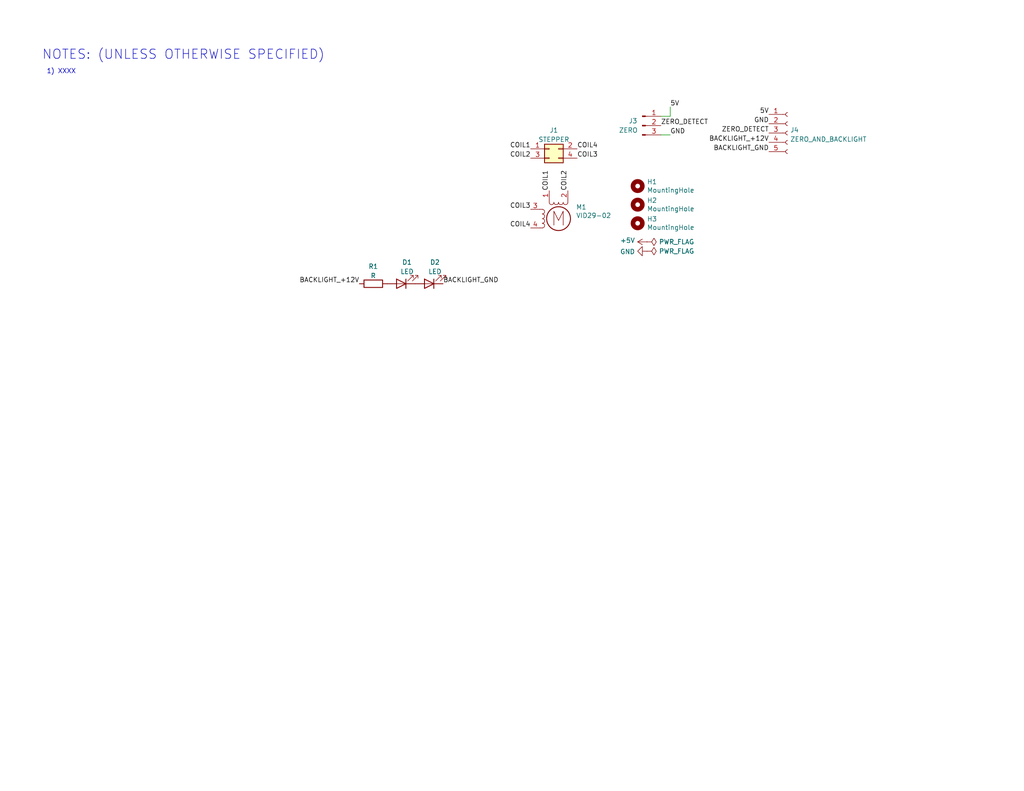
<source format=kicad_sch>
(kicad_sch (version 20211123) (generator eeschema)
  (paper "A")
  (title_block (date "2022-08-04") (rev "2"))
  (lib_symbols
    (symbol "Connector:Conn_01x03_Male" (pin_names (offset 1.016) hide)
      (property "Reference" "J" (at 0 5.08 0))
      (property "Value" "Conn_01x03_Male" (at 0 -5.08 0))
      (symbol "Conn_01x03_Male_1_1"
        (polyline (pts (xy 1.27 -2.54) (xy 0.8636 -2.54)) (stroke (width 0.1524)))
        (polyline (pts (xy 1.27 0) (xy 0.8636 0)) (stroke (width 0.1524)))
        (polyline (pts (xy 1.27 2.54) (xy 0.8636 2.54)) (stroke (width 0.1524)))
        (rectangle (start 0.8636 -2.413) (end 0 -2.667) (stroke (width 0.1524)) (fill (type outline)))
        (rectangle (start 0.8636 0.127) (end 0 -0.127) (stroke (width 0.1524)) (fill (type outline)))
        (rectangle (start 0.8636 2.667) (end 0 2.413) (stroke (width 0.1524)) (fill (type outline)))
        (pin passive line (at 5.08 2.54 180) (length 3.81) (name "Pin_1") (number "1"))
        (pin passive line (at 5.08 0 180) (length 3.81) (name "Pin_2") (number "2"))
        (pin passive line (at 5.08 -2.54 180) (length 3.81) (name "Pin_3") (number "3"))
      )
    )
    (symbol "Connector:Conn_01x05_Female" (pin_names (offset 1.016) hide)
      (property "Reference" "J" (at 0 7.62 0))
      (property "Value" "Conn_01x05_Female" (at 0 -7.62 0))
      (symbol "Conn_01x05_Female_1_1"
        (arc (start 0 -4.572) (mid -0.508 -5.08) (end 0 -5.588) (stroke (width 0.1524)))
        (arc (start 0 -2.032) (mid -0.508 -2.54) (end 0 -3.048) (stroke (width 0.1524)))
        (polyline (pts (xy -1.27 -5.08) (xy -0.508 -5.08)) (stroke (width 0.1524)))
        (polyline (pts (xy -1.27 -2.54) (xy -0.508 -2.54)) (stroke (width 0.1524)))
        (polyline (pts (xy -1.27 0) (xy -0.508 0)) (stroke (width 0.1524)))
        (polyline (pts (xy -1.27 2.54) (xy -0.508 2.54)) (stroke (width 0.1524)))
        (polyline (pts (xy -1.27 5.08) (xy -0.508 5.08)) (stroke (width 0.1524)))
        (arc (start 0 0.508) (mid -0.508 0) (end 0 -0.508) (stroke (width 0.1524)))
        (arc (start 0 3.048) (mid -0.508 2.54) (end 0 2.032) (stroke (width 0.1524)))
        (arc (start 0 5.588) (mid -0.508 5.08) (end 0 4.572) (stroke (width 0.1524)))
        (pin passive line (at -5.08 5.08 0) (length 3.81) (name "Pin_1") (number "1"))
        (pin passive line (at -5.08 2.54 0) (length 3.81) (name "Pin_2") (number "2"))
        (pin passive line (at -5.08 0 0) (length 3.81) (name "Pin_3") (number "3"))
        (pin passive line (at -5.08 -2.54 0) (length 3.81) (name "Pin_4") (number "4"))
        (pin passive line (at -5.08 -5.08 0) (length 3.81) (name "Pin_5") (number "5"))
      )
    )
    (symbol "Connector_Generic:Conn_02x02_Odd_Even" (pin_names (offset 1.016) hide)
      (property "Reference" "J" (at 1.27 2.54 0))
      (property "Value" "Conn_02x02_Odd_Even" (at 1.27 -5.08 0))
      (symbol "Conn_02x02_Odd_Even_1_1"
        (rectangle (start -1.27 -2.413) (end 0 -2.667) (stroke (width 0.1524)))
        (rectangle (start -1.27 0.127) (end 0 -0.127) (stroke (width 0.1524)))
        (rectangle (start -1.27 1.27) (end 3.81 -3.81) (stroke (width 0.254)) (fill (type background)))
        (rectangle (start 3.81 -2.413) (end 2.54 -2.667) (stroke (width 0.1524)))
        (rectangle (start 3.81 0.127) (end 2.54 -0.127) (stroke (width 0.1524)))
        (pin passive line (at -5.08 0 0) (length 3.81) (name "Pin_1") (number "1"))
        (pin passive line (at 7.62 0 180) (length 3.81) (name "Pin_2") (number "2"))
        (pin passive line (at -5.08 -2.54 0) (length 3.81) (name "Pin_3") (number "3"))
        (pin passive line (at 7.62 -2.54 180) (length 3.81) (name "Pin_4") (number "4"))
      )
    )
    (symbol "Device:LED" (pin_numbers hide) (pin_names (offset 1.016) hide)
      (property "Reference" "D" (at 0 2.54 0))
      (property "Value" "LED" (at 0 -2.54 0))
      (symbol "LED_0_1"
        (polyline (pts (xy -1.27 -1.27) (xy -1.27 1.27)) (stroke (width 0.254)))
        (polyline (pts (xy -1.27 0) (xy 1.27 0)))
        (polyline (pts (xy 1.27 -1.27) (xy 1.27 1.27) (xy -1.27 0) (xy 1.27 -1.27)) (stroke (width 0.254)))
        (polyline (pts (xy -3.048 -0.762) (xy -4.572 -2.286) (xy -3.81 -2.286) (xy -4.572 -2.286) (xy -4.572 -1.524)))
        (polyline (pts (xy -1.778 -0.762) (xy -3.302 -2.286) (xy -2.54 -2.286) (xy -3.302 -2.286) (xy -3.302 -1.524)))
      )
      (symbol "LED_1_1"
        (pin passive line (at -3.81 0 0) (length 2.54) (name "K") (number "1"))
        (pin passive line (at 3.81 0 180) (length 2.54) (name "A") (number "2"))
      )
    )
    (symbol "Device:R" (pin_numbers hide) (pin_names (offset 0))
      (property "Reference" "R" (at 2.032 0 90))
      (property "Value" "R" (at 0 0 90))
      (symbol "R_0_1"
        (rectangle (start -1.016 -2.54) (end 1.016 2.54) (stroke (width 0.254)))
      )
      (symbol "R_1_1"
        (pin passive line (at 0 3.81 270) (length 1.27) (name "~") (number "1"))
        (pin passive line (at 0 -3.81 90) (length 1.27) (name "~") (number "2"))
      )
    )
    (symbol "Mechanical:MountingHole" (pin_names (offset 1.016))
      (property "Reference" "H" (at 0 5.08 0))
      (property "Value" "MountingHole" (at 0 3.175 0))
      (symbol "MountingHole_0_1"
        (circle (center 0 0) (radius 1.27) (stroke (width 1.27)))
      )
    )
    (symbol "Motor:Stepper_Motor_bipolar" (pin_names (offset 0) hide)
      (property "Reference" "M" (at 3.81 2.54 0))
      (property "Value" "Stepper_Motor_bipolar" (at 3.81 1.27 0))
      (symbol "Stepper_Motor_bipolar_0_0"
        (polyline (pts (xy -1.27 -1.778) (xy -1.27 2.032) (xy 0 -0.508) (xy 1.27 2.032) (xy 1.27 -1.778)))
      )
      (symbol "Stepper_Motor_bipolar_0_1"
        (arc (start -4.445 -2.54) (mid -3.81 -1.905) (end -4.445 -1.27))
        (arc (start -4.445 -1.27) (mid -3.81 -0.635) (end -4.445 0))
        (arc (start -4.445 0) (mid -3.81 0.635) (end -4.445 1.27))
        (arc (start -4.445 1.27) (mid -3.81 1.905) (end -4.445 2.54))
        (arc (start -2.54 4.445) (mid -1.905 3.81) (end -1.27 4.445))
        (arc (start -1.27 4.445) (mid -0.635 3.81) (end 0 4.445))
        (polyline (pts (xy -5.08 -2.54) (xy -4.445 -2.54)))
        (polyline (pts (xy -5.08 2.54) (xy -4.445 2.54)))
        (polyline (pts (xy -2.54 5.08) (xy -2.54 4.445)))
        (polyline (pts (xy 2.54 5.08) (xy 2.54 4.445)))
        (circle (center 0 0) (radius 3.2512) (stroke (width 0.254)))
        (arc (start 0 4.445) (mid 0.635 3.81) (end 1.27 4.445))
        (arc (start 1.27 4.445) (mid 1.905 3.81) (end 2.54 4.445))
      )
      (symbol "Stepper_Motor_bipolar_1_1"
        (pin passive line (at -2.54 7.62 270) (length 2.54) (name "~") (number "1"))
        (pin passive line (at 2.54 7.62 270) (length 2.54) (name "-") (number "2"))
        (pin passive line (at -7.62 2.54 0) (length 2.54) (name "~") (number "3"))
        (pin passive line (at -7.62 -2.54 0) (length 2.54) (name "~") (number "4"))
      )
    )
    (symbol "power:+5V" (power) (pin_names (offset 0))
      (property "Value" "+5V" (at 0 3.556 0))
      (symbol "+5V_0_1"
        (polyline (pts (xy -0.762 1.27) (xy 0 2.54)))
        (polyline (pts (xy 0 0) (xy 0 2.54)))
        (polyline (pts (xy 0 2.54) (xy 0.762 1.27)))
      )
      (symbol "+5V_1_1"
        (pin power_in line (at 0 0 90) (length 0) hide (name "+5V") (number "1"))
      )
    )
    (symbol "power:GND" (power) (pin_names (offset 0))
      (property "Value" "GND" (at 0 -3.81 0))
      (symbol "GND_0_1"
        (polyline (pts (xy 0 0) (xy 0 -1.27) (xy 1.27 -1.27) (xy 0 -2.54) (xy -1.27 -1.27) (xy 0 -1.27)))
      )
      (symbol "GND_1_1"
        (pin power_in line (at 0 0 270) (length 0) hide (name "GND") (number "1"))
      )
    )
    (symbol "power:PWR_FLAG" (power) (pin_numbers hide) (pin_names (offset 0) hide)
      (property "Value" "PWR_FLAG" (at 0 3.81 0))
      (symbol "PWR_FLAG_0_0"
        (pin power_out line (at 0 0 90) (length 0) (name "pwr") (number "1"))
      )
      (symbol "PWR_FLAG_0_1"
        (polyline (pts (xy 0 0) (xy 0 1.27) (xy -1.016 1.905) (xy 0 2.54) (xy 1.016 1.905) (xy 0 1.27)))
      )
    )
  )
  (wire (pts (xy 182.88 31.75) (xy 182.88 29.21)))
  (wire (pts (xy 180.34 31.75) (xy 182.88 31.75)))
  (wire (pts (xy 182.88 36.83) (xy 180.34 36.83)))
  (text "1) XXXX" (at 12.7 20.32 0) (effects (font (size 1.27 1.27)) (justify left bottom)))
  (text "NOTES: (UNLESS OTHERWISE SPECIFIED)" (at 11.43 16.51 0) (effects (font (size 2.54 2.54)) (justify left bottom)))
  (label "BACKLIGHT_GND" (at 209.804 41.402 180))
  (label "GND" (at 209.804 33.782 180))
  (label "COIL4" (at 144.78 62.23 180))
  (label "ZERO_DETECT" (at 180.34 34.29 0))
  (label "COIL1" (at 149.86 52.07 90))
  (label "BACKLIGHT_+12V" (at 98.044 77.47 180))
  (label "COIL2" (at 144.78 43.18 180))
  (label "5V" (at 209.804 31.242 180))
  (label "5V" (at 182.88 29.21 0))
  (label "BACKLIGHT_+12V" (at 209.804 38.862 180))
  (label "COIL3" (at 144.78 57.15 180))
  (label "ZERO_DETECT" (at 209.804 36.322 180))
  (label "COIL2" (at 154.94 52.07 90))
  (label "GND" (at 182.88 36.83 0))
  (label "COIL1" (at 144.78 40.64 180))
  (label "BACKLIGHT_GND" (at 120.904 77.47 0))
  (label "COIL4" (at 157.48 40.64 0))
  (label "COIL3" (at 157.48 43.18 0))
  (symbol (lib_id "power:PWR_FLAG") (at 176.53 68.58 270) (unit 1)
    (property "Reference" "#FLG02" (effects hide))
    (property "Value" "PWR_FLAG" (at 179.7812 68.58 90) (effects (justify left)))
  )
  (symbol (lib_id "power:GND") (at 176.53 68.58 270) (unit 1)
    (property "Reference" "#PWR02" (effects hide))
    (property "Value" "GND" (at 173.2788 68.707 90) (effects (justify right)))
  )
  (symbol (lib_id "Motor:Stepper_Motor_bipolar") (at 152.4 59.69 0) (unit 1)
    (property "Reference" "M1" (at 157.1752 56.5404 0) (effects (justify left)))
    (property "Value" "VID29-02" (at 157.1752 58.8518 0) (effects (justify left)))
    (property "Footprint" "KiCAD Libraries:VID29-02" (effects hide))
    (property "Datasheet" "https://guy.carpenter.id.au/gaugette/resources/vid/20091026113525_VID29_manual_EN-080606.pdf" (effects hide))
  )
  (symbol (lib_id "Connector:Conn_01x03_Male") (at 175.26 34.29 0) (unit 1)
    (property "Reference" "J3" (at 172.72 33.02 0))
    (property "Value" "ZERO" (at 171.45 35.56 0))
    (property "Footprint" "Connector_PinHeader_2.54mm:PinHeader_1x03_P2.54mm_Vertical" (effects hide))
  )
  (symbol (lib_id "power:+5V") (at 176.53 66.04 90) (unit 1)
    (property "Reference" "#PWR01" (effects hide))
    (property "Value" "+5V" (at 173.2788 65.659 90) (effects (justify left)))
  )
  (symbol (lib_id "power:PWR_FLAG") (at 176.53 66.04 270) (unit 1)
    (property "Reference" "#FLG01" (effects hide))
    (property "Value" "PWR_FLAG" (at 179.7812 66.04 90) (effects (justify left)))
  )
  (symbol (lib_id "Mechanical:MountingHole") (at 173.99 50.8 0) (unit 1)
    (property "Reference" "H1" (at 176.53 49.6316 0) (effects (justify left)))
    (property "Value" "MountingHole" (at 176.53 51.943 0) (effects (justify left)))
    (property "Footprint" "MountingHole:MountingHole_2.5mm" (effects hide))
  )
  (symbol (lib_id "Mechanical:MountingHole") (at 173.99 55.88 0) (unit 1)
    (property "Reference" "H2" (at 176.53 54.7116 0) (effects (justify left)))
    (property "Value" "MountingHole" (at 176.53 57.023 0) (effects (justify left)))
    (property "Footprint" "MountingHole:MountingHole_2.5mm" (effects hide))
  )
  (symbol (lib_id "Mechanical:MountingHole") (at 173.99 60.96 0) (unit 1)
    (property "Reference" "H3" (at 176.53 59.7916 0) (effects (justify left)))
    (property "Value" "MountingHole" (at 176.53 62.103 0) (effects (justify left)))
    (property "Footprint" "MountingHole:MountingHole_2.5mm" (effects hide))
  )
  (symbol (lib_id "Connector_Generic:Conn_02x02_Odd_Even") (at 149.86 40.64 0) (unit 1)
    (property "Reference" "J1" (at 151.13 35.56 0))
    (property "Value" "STEPPER" (at 151.13 38.1 0))
    (property "Footprint" "Connector_Molex:Molex_PicoBlade_53047-0410_1x04_P1.25mm_Vertical" (effects hide))
  )
  (symbol (lib_id "Connector:Conn_01x05_Female") (at 214.884 36.322 0) (unit 1)
    (property "Reference" "J4" (at 215.5952 35.4873 0) (effects (justify left)))
    (property "Value" "ZERO_AND_BACKLIGHT" (at 215.5952 38.0242 0) (effects (justify left)))
    (property "Footprint" "Connector_Molex:Molex_PicoBlade_53047-0510_1x05_P1.25mm_Vertical" (effects hide))
  )
  (symbol (lib_id "Device:R") (at 101.854 77.47 90) (unit 1)
    (property "Reference" "R1" (at 101.854 72.7542 90))
    (property "Value" "R" (at 101.854 75.2911 90))
    (property "Footprint" "Resistor_THT:R_Axial_DIN0204_L3.6mm_D1.6mm_P1.90mm_Vertical" (effects hide))
  )
  (symbol (lib_id "Device:LED") (at 117.094 77.47 180) (unit 1)
    (property "Reference" "D2" (at 118.6815 71.6112 0))
    (property "Value" "LED" (at 118.6815 74.1481 0))
    (property "Footprint" "LED_THT:LED_D5.0mm" (effects hide))
  )
  (symbol (lib_id "Device:LED") (at 109.474 77.47 180) (unit 1)
    (property "Reference" "D1" (at 111.0615 71.6112 0))
    (property "Value" "LED" (at 111.0615 74.1481 0))
    (property "Footprint" "LED_THT:LED_D5.0mm" (effects hide))
  )
)
</source>
